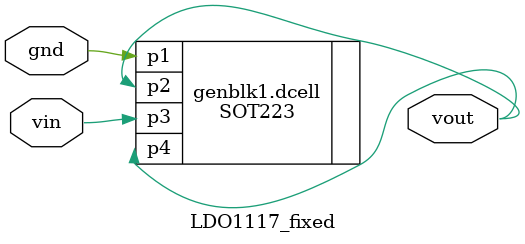
<source format=v>
/***********************************************************************************************************************
*                                                                                                                      *
* ANTIKERNEL v0.1                                                                                                      *
*                                                                                                                      *
* Copyright (c) 2012-2016 Andrew D. Zonenberg                                                                          *
* All rights reserved.                                                                                                 *
*                                                                                                                      *
* Redistribution and use in source and binary forms, with or without modification, are permitted provided that the     *
* following conditions are met:                                                                                        *
*                                                                                                                      *
*    * Redistributions of source code must retain the above copyright notice, this list of conditions, and the         *
*      following disclaimer.                                                                                           *
*                                                                                                                      *
*    * Redistributions in binary form must reproduce the above copyright notice, this list of conditions and the       *
*      following disclaimer in the documentation and/or other materials provided with the distribution.                *
*                                                                                                                      *
*    * Neither the name of the author nor the names of any contributors may be used to endorse or promote products     *
*      derived from this software without specific prior written permission.                                           *
*                                                                                                                      *
* THIS SOFTWARE IS PROVIDED BY THE AUTHORS "AS IS" AND ANY EXPRESS OR IMPLIED WARRANTIES, INCLUDING, BUT NOT LIMITED   *
* TO, THE IMPLIED WARRANTIES OF MERCHANTABILITY AND FITNESS FOR A PARTICULAR PURPOSE ARE DISCLAIMED. IN NO EVENT SHALL *
* THE AUTHORS BE HELD LIABLE FOR ANY DIRECT, INDIRECT, INCIDENTAL, SPECIAL, EXEMPLARY, OR CONSEQUENTIAL DAMAGES        *
* (INCLUDING, BUT NOT LIMITED TO, PROCUREMENT OF SUBSTITUTE GOODS OR SERVICES; LOSS OF USE, DATA, OR PROFITS; OR       *
* BUSINESS INTERRUPTION) HOWEVER CAUSED AND ON ANY THEORY OF LIABILITY, WHETHER IN CONTRACT, STRICT LIABILITY, OR TORT *
* (INCLUDING NEGLIGENCE OR OTHERWISE) ARISING IN ANY WAY OUT OF THE USE OF THIS SOFTWARE, EVEN IF ADVISED OF THE       *
* POSSIBILITY OF SUCH DAMAGE.                                                                                          *
*                                                                                                                      *
***********************************************************************************************************************/

/**
	@file
	@author Andrew D. Zonenberg
	@brief 1117-series low-dropout linear regulator with fixed output voltage
 */
module LDO1117_fixed(vin, vout, gnd);
	
	////////////////////////////////////////////////////////////////////////////////////////////////////////////////////
	// I/O / parameter declarations
	
	(* drc_type = "power_in" *)  input wire vin;
	(* drc_type = "power_out" *) output wire vout;
	(* drc_type = "power_in" *)  input wire gnd;
	
	parameter package		= "SOT223";
	parameter output_mv		= 3300;
	
	////////////////////////////////////////////////////////////////////////////////////////////////////////////////////
	// DRC logic
	
	parameter dropout_mv = 1200;
	
	////////////////////////////////////////////////////////////////////////////////////////////////////////////////////
	// Create the black-box cell
	
	generate
	
		case(output_mv)
			
			5000: begin
				SOT223 #(
					.distributor("digikey"),
					.distributor_part("ZLDO1117G50DICT-ND"),
					.value("ZLDO1117G50DICT-ND")
				) dcell (
					.p4(vout),
					.p3(vin),
					.p2(vout),
					.p1(gnd)
				);
			end
			
			3300: begin		
				SOT223 #(
					.distributor("digikey"),
					.distributor_part("ZLDO1117G33DICT-ND"),
					.value("ZLDO1117G33DICT-ND")
				) dcell (
					.p4(vout),
					.p3(vin),
					.p2(vout),
					.p1(gnd)
				);
			end
			
			2500: begin		
				SOT223 #(
					.distributor("digikey"),
					.distributor_part("ZLDO1117G25DICT-ND"),
					.value("ZLDO1117G25DICT-ND")
				) dcell (
					.p4(vout),
					.p3(vin),
					.p2(vout),
					.p1(gnd)
				);
			end
			
			1800: begin		
				SOT223 #(
					.distributor("digikey"),
					.distributor_part("ZLDO1117G18DICT-ND"),
					.value("ZLDO1117G18DICT-ND")
				) dcell (
					.p4(vout),
					.p3(vin),
					.p2(vout),
					.p1(gnd)
				);
			end
			
			1500: begin		
				SOT223 #(
					.distributor("digikey"),
					.distributor_part("ZLDO1117G15DICT-ND"),
					.value("ZLDO1117G15DICT-ND")
				) dcell (
					.p4(vout),
					.p3(vin),
					.p2(vout),
					.p1(gnd)
				);
			end
			
			1200: begin	
				SOT223 #(
					.distributor("digikey"),
					.distributor_part("ZLDO1117G12DICT-ND"),
					.value("ZLDO1117G12DICT-ND")
				) dcell (
					.p4(vout),
					.p3(vin),
					.p2(vout),
					.p1(gnd)
				);
			end
			
			default: begin
				assert property (1 == 0);
			end
			
		endcase
			
	endgenerate
	
endmodule


</source>
